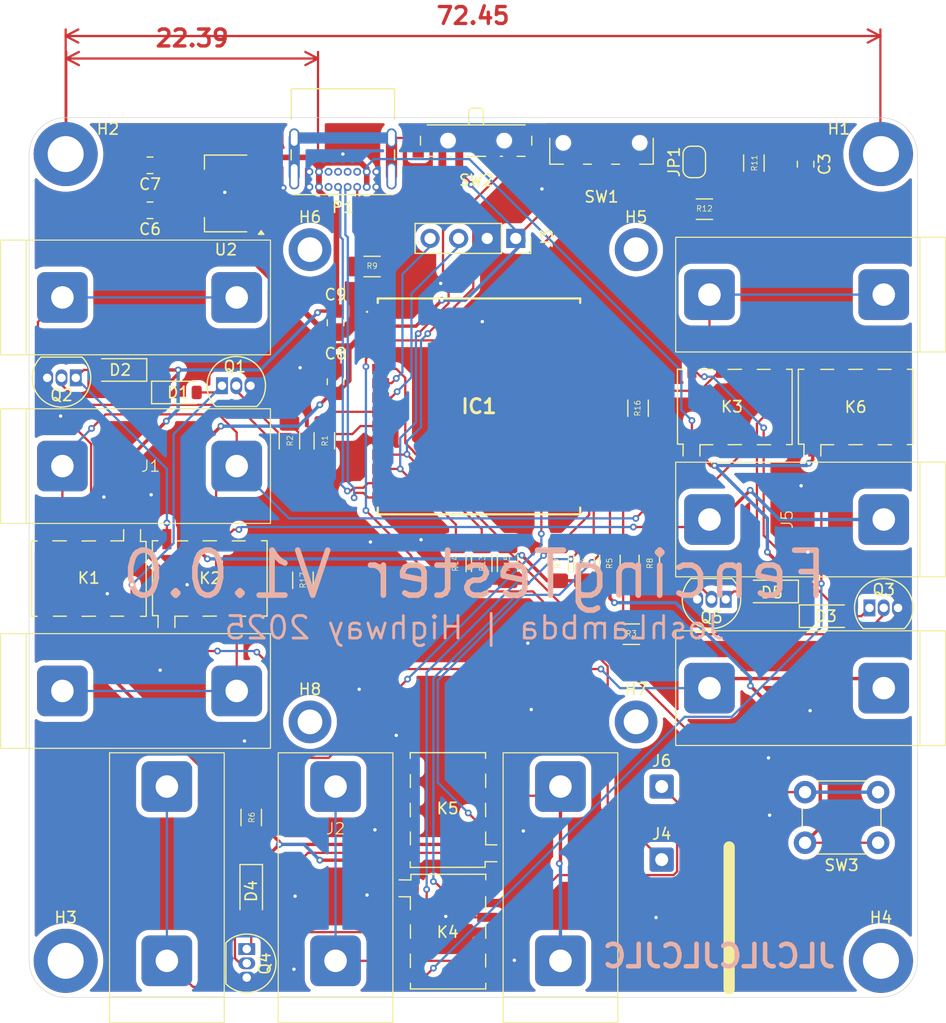
<source format=kicad_pcb>
(kicad_pcb (version 20241229) (generator "pcbnew") (generator_version "9.0")
  (layers (0 "F.Cu" signal) (2 "B.Cu" signal) (13 "F.Paste" user) (15 "B.Paste" user) (5 "F.SilkS" user "F.Silkscreen") (7 "B.SilkS" user "B.Silkscreen") (1 "F.Mask" user) (3 "B.Mask" user) (25 "Edge.Cuts" user))
  (net 0 "")
  (net 1 "VD1")
  (net 2 "+5V")
  (net 3 "WT2")
  (net 4 "Net-(P1-SHIELD)")
  (net 5 "Net-(JP1-A)")
  (net 6 "Net-(D1-A)")
  (net 7 "Net-(D2-A)")
  (net 8 "Net-(D3-A)")
  (net 9 "Net-(D4-A)")
  (net 10 "LAME")
  (net 11 "C1")
  (net 13 "WT1")
  (net 14 "A2")
  (net 15 "A1")
  (net 16 "C2")
  (net 18 "A3")
  (net 20 "C3")
  (net 21 "SG1")
  (net 22 "WT3")
  (net 23 "VDR2")
  (net 24 "VDR1")
  (net 26 "B1")
  (net 27 "B2")
  (net 30 "B3")
  (net 31 "VDR3")
  (net 35 "Net-(P1-CC)")
  (net 36 "USB_D-")
  (net 37 "USB_D+")
  (net 38 "Net-(Q1-B)")
  (net 39 "Net-(Q2-B)")
  (net 40 "Net-(Q3-B)")
  (net 41 "Net-(Q4-B)")
  (net 42 "REL1")
  (net 43 "REL2")
  (net 44 "REL3")
  (net 45 "REL4")
  (net 46 "Net-(SW1-C)")
  (net 47 "WPS A")
  (net 48 "WPS B")
  (net 49 "BTN USE")
  (net 55 "SDA")
  (net 58 "EN")
  (net 60 "SCL")
  (net 61 "Net-(D5-A)")
  (net 62 "Net-(K4-Pad4)")
  (net 67 "Net-(Q5-B)")
  (net 68 "REL5")
  (footprint "Relay_SMD:Relay_DPDT_Omron_G6K-2F" (layer "F.Cu") (at 77.06 88.25 90)
    (property "Reference" "K2")
    (property "Value" "G6K-2")
  )
  (footprint "Button_Switch_THT:SW_PUSH_6mm_H13mm" (layer "F.Cu") (at 136.5 111.75 180)
    (property "Reference" "SW3")
    (property "Value" "SW_Push")
  )
  (footprint "Capacitor_SMD:C_0805_2012Metric_Pad1.18x1.45mm_HandSolder" (layer "F.Cu") (at 130.05 51.4 -90)
    (property "Reference" "C3")
    (property "Value" "1 nF")
  )
  (footprint "Custom:R_1206_3216Metric_Pad1.30x1.75mm_HandSolder_Text" (layer "F.Cu") (at 91.5 60.5)
    (property "Reference" "R9")
    (property "Value" "5.1k")
  )
  (footprint "Connector_PinSocket_2.54mm:PinSocket_1x04_P2.54mm_Vertical" (layer "F.Cu") (at 104.275 58 -90)
    (property "Reference" "J3")
    (property "Value" "Conn_01x04")
  )
  (footprint "Custom:R_1206_3216Metric_Pad1.30x1.75mm_HandSolder_Text" (layer "F.Cu") (at 121.05 55.4)
    (property "Reference" "R12")
    (property "Value" "10k")
  )
  (footprint "Custom:Fencing Plug" (layer "F.Cu") (at 82.46 78.25 -90)
    (property "Reference" "J1")
    (property "Value" "External Box")
  )
  (footprint "Package_TO_SOT_SMD:SOT-223" (layer "F.Cu") (at 78.5 54 180)
    (property "Reference" "U2")
    (property "Value" "AMS1117-3.3")
  )
  (footprint "Custom:R_1206_3216Metric_Pad1.30x1.75mm_HandSolder_Text" (layer "F.Cu") (at 112.65 86.9 90)
    (property "Reference" "R5")
    (property "Value" "1Ω")
  )
  (footprint "Diode_SMD:D_SOD-123" (layer "F.Cu") (at 127.05 89.4 180)
    (property "Reference" "D5")
    (property "Value" "1N4148")
  )
  (footprint "Custom:R_1206_3216Metric_Pad1.30x1.75mm_HandSolder_Text" (layer "F.Cu") (at 125.45 51.3 -90)
    (property "Reference" "R11")
    (property "Value" "1M")
  )
  (footprint "MountingHole:MountingHole_2.2mm_M2_DIN965_Pad_TopBottom" (layer "F.Cu") (at 114.975 59)
    (property "Reference" "H5")
    (property "Value" "MountingHole")
  )
  (footprint "Custom:Fencing Plug" (layer "F.Cu") (at 118.5 83 90)
    (property "Reference" "J5")
    (property "Value" "Test Output")
  )
  (footprint "Custom:R_1206_3216Metric_Pad1.30x1.75mm_HandSolder_Text" (layer "F.Cu") (at 98.95 86.9 90)
    (property "Reference" "R14")
    (property "Value" "10k")
  )
  (footprint "Package_TO_SOT_THT:TO-92_Inline" (layer "F.Cu") (at 80.35 121.2 -90)
    (property "Reference" "Q4")
    (property "Value" "BC547")
  )
  (footprint "Custom:R_1206_3216Metric_Pad1.30x1.75mm_HandSolder_Text" (layer "F.Cu") (at 87.25 76 -90)
    (property "Reference" "R1")
    (property "Value" "510")
  )
  (footprint "Button_Switch_SMD:SW_SP3T_PCM13" (layer "F.Cu") (at 100.75 49.63 180)
    (property "Reference" "SW2")
    (property "Value" "SW_DP3T")
  )
  (footprint "Package_TO_SOT_THT:TO-92_Inline" (layer "F.Cu") (at 65.15 70.4 180)
    (property "Reference" "Q2")
    (property "Value" "BC547")
  )
  (footprint "MountingHole:MountingHole_2.2mm_M2_DIN965_Pad_TopBottom" (layer "F.Cu") (at 114.975 101)
    (property "Reference" "H7")
    (property "Value" "MountingHole")
  )
  (footprint "Connector_USB:USB_C_Receptacle_GCT_USB4085" (layer "F.Cu") (at 91.875 53.425 180)
    (property "Reference" "P1")
    (property "Value" "USB_C_Plug_USB2.0")
  )
  (footprint "Relay_SMD:Relay_DPDT_Omron_G6K-2F" (layer "F.Cu") (at 123.75 73 90)
    (property "Reference" "K3")
    (property "Value" "G6K-2")
  )
  (footprint "Relay_SMD:Relay_DPDT_Omron_G6K-2F" (layer "F.Cu") (at 98.25 119.65)
    (property "Reference" "K4")
    (property "Value" "G6K-2")
  )
  (footprint "Diode_SMD:D_SOD-123" (layer "F.Cu") (at 69.1 69.7 180)
    (property "Reference" "D2")
    (property "Value" "1N4148")
  )
  (footprint "MountingHole:MountingHole_3.2mm_M3_ISO7380_Pad_TopBottom" (layer "F.Cu") (at 136.75 122.25)
    (property "Reference" "H4")
    (property "Value" "MountingHole")
  )
  (footprint "Custom:R_1206_3216Metric_Pad1.30x1.75mm_HandSolder_Text" (layer "F.Cu") (at 85.35 88.4 -90)
    (property "Reference" "R17")
    (property "Value" "10k")
  )
  (footprint "Connector_Wire:SolderWire-0.5sqmm_1x01_D0.9mm_OD2.1mm" (layer "F.Cu") (at 117.25 113.25)
    (property "Reference" "J4")
    (property "Value" "Lame Tab")
  )
  (footprint "Jumper:SolderJumper-2_P1.3mm_Bridged_RoundedPad1.0x1.5mm" (layer "F.Cu") (at 120.15 51.2 90)
    (property "Reference" "JP1")
    (property "Value" "SolderJumper_2_Closed")
  )
  (footprint "Relay_SMD:Relay_DPDT_Omron_G6K-2F" (layer "F.Cu") (at 98.25 108.84 180)
    (property "Reference" "K5")
    (property "Value" "G6K-2")
  )
  (footprint "MountingHole:MountingHole_3.2mm_M3_ISO7380_Pad_TopBottom" (layer "F.Cu") (at 64.25 50.5)
    (property "Reference" "H2")
    (property "Value" "MountingHole")
  )
  (footprint "Relay_SMD:Relay_DPDT_Omron_G6K-2F" (layer "F.Cu") (at 134.5 73 90)
    (property "Reference" "K6")
    (property "Value" "G6K-2")
  )
  (footprint "Custom:R_1206_3216Metric_Pad1.30x1.75mm_HandSolder_Text" (layer "F.Cu") (at 114.55 93.2)
    (property "Reference" "R3")
    (property "Value" "510")
  )
  (footprint "Diode_SMD:D_SOD-123" (layer "F.Cu") (at 80.75 116.05 -90)
    (property "Reference" "D4")
    (property "Value" "1N4148")
  )
  (footprint "Package_TO_SOT_THT:TO-92_Inline" (layer "F.Cu") (at 135.73 90.86)
    (property "Reference" "Q3")
    (property "Value" "BC547")
  )
  (footprint "Relay_SMD:Relay_DPDT_Omron_G6K-2F" (layer "F.Cu") (at 66.31 88.25 -90)
    (property "Reference" "K1")
    (property "Value" "G6K-2")
  )
  (footprint "Custom:R_1206_3216Metric_Pad1.30x1.75mm_HandSolder_Text" (layer "F.Cu") (at 103.55 86.9 90)
    (property "Reference" "R15")
    (property "Value" "10k")
  )
  (footprint "Custom:R_1206_3216Metric_Pad1.30x1.75mm_HandSolder_Text" (layer "F.Cu") (at 108.05 86.9 90)
    (property "Reference" "R7")
    (property "Value" "1Ω")
  )
  (footprint "Diode_SMD:D_SOD-123" (layer "F.Cu") (at 74.25 71.7)
    (property "Reference" "D1")
    (property "Value" "1N4148")
  )
  (footprint "Package_TO_SOT_THT:TO-92_Inline" (layer "F.Cu") (at 122.95 90.1 180)
    (property "Reference" "Q5")
    (property "Value" "BC547")
  )
  (footprint "Custom:R_1206_3216Metric_Pad1.30x1.75mm_HandSolder_Text" (layer "F.Cu") (at 110.35 86.9 90)
    (property "Reference" "R4")
    (property "Value" "1Ω")
  )
  (footprint "Custom:R_1206_3216Metric_Pad1.30x1.75mm_HandSolder_Text" (layer "F.Cu") (at 80.75 109.5 -90)
    (property "Reference" "R6")
    (property "Value" "510")
  )
  (footprint "Custom:Fencing Plug" (layer "F.Cu") (at 88.25 103.75)
    (property "Reference" "J2")
    (property "Value" "Aux Wire")
  )
  (footprint "Custom:R_1206_3216Metric_Pad1.30x1.75mm_HandSolder_Text" (layer "F.Cu") (at 116.15 86.9 -90)
    (property "Reference" "R8")
    (property "Value" "510")
  )
  (footprint "Capacitor_SMD:C_0805_2012Metric_Pad1.18x1.45mm_HandSolder" (layer "F.Cu") (at 71.75 51.5 180)
    (property "Reference" "C7")
    (property "Value" "10 µF")
  )
  (footprint "Button_Switch_SMD:SW_SPDT_CK_JS102011SAQN" (layer "F.Cu") (at 111.9 49.5 180)
    (property "Reference" "SW1")
    (property "Value" "SW_SPDT")
  )
  (footprint "Capacitor_SMD:C_0805_2012Metric_Pad1.18x1.45mm_HandSolder" (layer "F.Cu") (at 88.25 70.75 90)
    (property "Reference" "C8")
    (property "Value" "0.1 µF")
  )
  (footprint "Importer:ESP32C6WROOM1UN8" (layer "F.Cu") (at 101.005 72.94)
    (property "Reference" "IC1")
    (property "Value" "ESP32-C6-WROOM-1U-N8" (hide yes))
  )
  (footprint "Custom:R_1206_3216Metric_Pad1.30x1.75mm_HandSolder_Text" (layer "F.Cu") (at 84.15 76 -90)
    (property "Reference" "R2")
    (property "Value" "510")
  )
  (footprint "Custom:R_1206_3216Metric_Pad1.30x1.75mm_HandSolder_Text" (layer "F.Cu") (at 101.25 86.9 -90)
    (property "Reference" "R13")
    (property "Value" "10k")
  )
  (footprint "Diode_SMD:D_SOD-123" (layer "F.Cu") (at 131.85 91.6)
    (property "Reference" "D3")
    (property "Value" "1N4148")
  )
  (footprint "Capacitor_SMD:C_0805_2012Metric_Pad1.18x1.45mm_HandSolder" (layer "F.Cu") (at 71.75 55.5 180)
    (property "Reference" "C6")
    (property "Value" "10 µF")
  )
  (footprint "MountingHole:MountingHole_2.2mm_M2_DIN965_Pad_TopBottom" (layer "F.Cu") (at 85.975 59)
    (property "Reference" "H6")
    (property "Value" "MountingHole")
  )
  (footprint "Package_TO_SOT_THT:TO-92_Inline" (layer "F.Cu") (at 78.15 71.1)
    (property "Reference" "Q1")
    (property "Value" "BC547")
  )
  (footprint "Connector_Wire:SolderWire-0.5sqmm_1x01_D0.9mm_OD2.1mm" (layer "F.Cu") (at 117.25 106.75)
    (property "Reference" "J6")
    (property "Value" "Small Pin")
  )
  (footprint "MountingHole:MountingHole_3.2mm_M3_ISO7380_Pad_TopBottom" (layer "F.Cu") (at 136.75 50.5)
    (property "Reference" "H1")
    (property "Value" "MountingHole")
  )
  (footprint "MountingHole:MountingHole_3.2mm_M3_ISO7380_Pad_TopBottom" (layer "F.Cu") (at 64.25 122.25)
    (property "Reference" "H3")
    (property "Value" "MountingHole")
  )
  (footprint "Capacitor_SMD:C_0805_2012Metric_Pad1.18x1.45mm_HandSolder" (layer "F.Cu") (at 88.25 65.5 -90)
    (property "Reference" "C9")
    (property "Value" "0.1 µF")
  )
  (footprint "Custom:R_1206_3216Metric_Pad1.30x1.75mm_HandSolder_Text" (layer "F.Cu") (at 115.15 73.1 90)
    (property "Reference" "R16")
    (property "Value" "10k")
  )
  (footprint "MountingHole:MountingHole_2.2mm_M2_DIN965_Pad_TopBottom" (layer "F.Cu") (at 85.975 101)
    (property "Reference" "H8")
    (property "Value" "MountingHole")
  )
  (gr_line (start 123.25 112.125) (end 123.25 124.75) (stroke (width 1)) (layer "F.SilkS"))
  (gr_arc (start 61 50.55) (mid 61.966548 48.216548) (end 64.3 47.25) (stroke (width 0.05)) (layer "Edge.Cuts"))
  (gr_arc (start 140 122.2) (mid 139.033452 124.533452) (end 136.7 125.5) (stroke (width 0.05)) (layer "Edge.Cuts"))
  (gr_line (start 140 122.2) (end 140 50.55) (stroke (width 0.05)) (layer "Edge.Cuts"))
  (gr_line (start 61 50.55) (end 61 122.2) (stroke (width 0.05)) (layer "Edge.Cuts"))
  (gr_arc (start 136.7 47.25) (mid 139.033452 48.216548) (end 140 50.55) (stroke (width 0.05)) (layer "Edge.Cuts"))
  (gr_line (start 64.3 125.5) (end 136.7 125.5) (stroke (width 0.05)) (layer "Edge.Cuts"))
  (gr_arc (start 64.3 125.5) (mid 61.966548 124.533452) (end 61 122.2) (stroke (width 0.05)) (layer "Edge.Cuts"))
  (gr_line (start 136.7 47.25) (end 64.3 47.25) (stroke (width 0.05)) (layer "Edge.Cuts"))
  (gr_text "JoshLambda | Highway 2025" (at 123.013098 93.8 0) (layer "B.SilkS") (effects (font (size 2 2) (thickness 0.25)) (justify left bottom mirror)))
  (gr_text "FencingTester V1.0.0" (at 100.6 87.9 0) (layer "B.SilkS") (effects (font (size 4 4) (thickness 0.5)) (justify mirror)))
  (gr_text "JLCJLCJLCJLC" (at 132.9 123 0) (layer "B.SilkS") (effects (font (size 2 2) (thickness 0.4) (bold yes)) (justify left bottom mirror)))
  (dimension (type orthogonal) (layer "F.Cu") (pts (xy 64.3 50.55) (xy 86.69 50.55)) (height -8.55) (orientation 0) (format (prefix "") (suffix "") (units 3) (units_format 0) (precision 4) (suppress_zeroes yes)) (style (thickness 0.2) (arrow_length 1.27) (text_position_mode 0) (arrow_direction outward) (extension_height 0.58642) (extension_offset 0.5) (keep_text_aligned yes)) (gr_text "22.39" (at 75.495 40.2 0) (layer "F.Cu") (effects (font (size 1.5 1.5) (thickness 0.3)))))
  (dimension (type orthogonal) (layer "F.Cu") (pts (xy 64.25 50.5) (xy 136.7 50.5)) (height -10.5) (orientation 0) (format (prefix "") (suffix "") (units 3) (units_format 0) (precision 4) (suppress_zeroes yes)) (style (thickness 0.2) (arrow_length 1.27) (text_position_mode 0) (arrow_direction outward) (extension_height 0.58642) (extension_offset 0.5) (keep_text_aligned yes)) (gr_text "72.45" (at 100.475 38.2 0) (layer "F.Cu") (effects (font (size 1.5 1.5) (thickness 0.3)))))
  (segment (start 93.05 63.735) (end 92.255 64.53) (width 0.5) (layer "F.Cu") (net 1))
  (segment (start 90.2575 64.53) (end 92.255 64.53) (width 0.2) (layer "F.Cu") (net 1))
  (segment (start 93.05 60.5) (end 93.05 63.735) (width 0.5) (layer "F.Cu") (net 1))
  (segment (start 88.25 66.5375) (end 90.2575 64.53) (width 0.2) (layer "F.Cu") (net 1))
  (via (at 97.6 62) (size 0.6) (drill 0.3) (layers "F.Cu" "B.Cu") (net 1))
  (via (at 71.85 80.8) (size 0.6) (drill 0.3) (layers "F.Cu" "B.Cu") (net 1))
  (via (at 83.6 53.5) (size 0.6) (drill 0.3) (layers "F.Cu" "B.Cu") (net 1))
  (via (at 67.65 81) (size 0.6) (drill 0.3) (layers "F.Cu" "B.Cu") (net 1))
  (via (at 126.85 109.3) (size 0.6) (drill 0.3) (layers "F.Cu" "B.Cu") (net 1))
  (via (at 105.35 94) (size 0.6) (drill 0.3) (layers "F.Cu" "B.Cu") (net 1))
  (via (at 104.15 122.2) (size 0.6) (drill 0.3) (layers "F.Cu" "B.Cu") (net 1))
  (via (at 78.4 53.9) (size 0.6) (drill 0.3) (layers "F.Cu" "B.Cu") (net 1))
  (via (at 130.45 100) (size 0.6) (drill 0.3) (layers "F.Cu" "B.Cu") (net 1))
  (via (at 106.6 53.6) (size 0.6) (drill 0.3) (layers "F.Cu" "B.Cu") (net 1))
  (via (at 90.35 98.1) (size 0.6) (drill 0.3) (layers "F.Cu" "B.Cu") (net 1))
  (via (at 80.15 102.7) (size 0.6) (drill 0.3) (layers "F.Cu" "B.Cu") (net 1))
  (via (at 63.8 73.8) (size 0.6) (drill 0.3) (layers "F.Cu" "B.Cu") (net 1))
  (via (at 98.05 118.3) (size 0.6) (drill 0.3) (layers "F.Cu" "B.Cu") (net 1))
  (via (at 93.65 102.2) (size 0.6) (drill 0.3) (layers "F.Cu" "B.Cu") (net 1))
  (via (at 101.3 65.4) (size 0.6) (drill 0.3) (layers "F.Cu" "B.Cu") (net 1))
  (via (at 129.65 80) (size 0.6) (drill 0.3) (layers "F.Cu" "B.Cu") (net 1))
  (via (at 85.1 69.5) (size 0.6) (drill 0.3) (layers "F.Cu" "B.Cu") (net 1))
  (via (at 91.75 110.6) (size 0.6) (drill 0.3) (layers "F.Cu" "B.Cu") (net 1))
  (via (at 95.85 84.8) (size 0.6) (drill 0.3) (layers "F.Cu" "B.Cu") (net 1))
  (via (at 67.95 89.6) (size 0.6) (drill 0.3) (layers "F.Cu" "B.Cu") (net 1))
  (via (at 84.65 116.5) (size 0.6) (drill 0.3) (layers "F.Cu" "B.Cu") (net 1))
  (via (at 88.9 50.5) (size 0.6) (drill 0.3) (layers "F.Cu" "B.Cu") (net 1))
  (via (at 72.65 96.4) (size 0.6) (drill 0.3) (layers "F.Cu" "B.Cu") (net 1))
  (via (at 91.05 116.4) (size 0.6) (drill 0.3) (layers "F.Cu" "B.Cu") (net 1))
  (via (at 126.75 104.2) (size 0.6) (drill 0.3) (layers "F.Cu" "B.Cu") (net 1))
  (via (at 75.05 88.8) (size 0.6) (drill 0.3) (layers "F.Cu" "B.Cu") (net 1))
  (via (at 91.35 85) (size 0.6) (drill 0.3) (layers "F.Cu" "B.Cu") (net 1))
  (via (at 130.25 85.9) (size 0.6) (drill 0.3) (layers "F.Cu" "B.Cu") (net 1))
  (via (at 104.95 110.7) (size 0.6) (drill 0.3) (layers "F.Cu" "B.Cu") (net 1))
  (via (at 84.55 123) (size 0.6) (drill 0.3) (layers "F.Cu" "B.Cu") (net 1))
  (via (at 116.75 118.4) (size 0.6) (drill 0.3) (layers "F.Cu" "B.Cu") (net 1))
  (via (at 105.65 99.9) (size 0.6) (drill 0.3) (layers "F.Cu" "B.Cu") (net 1))
  (segment (start 86.340393 51.259607) (end 86.354786 51.274) (width 0.5) (layer "F.Cu") (net 2))
  (segment (start 72.7875 51.5) (end 81.45 51.5) (width 0.3) (layer "F.Cu") (net 2))
  (segment (start 92.21 113.3) (end 86.85 113.3) (width 0.3) (layer "F.Cu") (net 2))
  (segment (start 88.326 64.3865) (end 88.25 64.4625) (width 0.5) (layer "F.Cu") (net 2))
  (segment (start 74.25 69.7) (end 74.25 70.05) (width 0.3) (layer "F.Cu") (net 2))
  (segment (start 128.7 87.95) (end 126.65 85.9) (width 0.3) (layer "F.Cu") (net 2))
  (segment (start 94.75 115.84) (end 92.21 113.3) (width 0.3) (layer "F.Cu") (net 2))
  (segment (start 70.12 82.8) (end 70.12 84.668) (width 0.3) (layer "F.Cu") (net 2))
  (segment (start 91.025 51.792214) (end 90.506786 51.274) (width 0.5) (layer "F.Cu") (net 2))
  (segment (start 128.7 89.4) (end 128.7 87.95) (width 0.3) (layer "F.Cu") (net 2))
  (segment (start 70.12 84.668) (end 64.289 90.499) (width 0.3) (layer "F.Cu") (net 2))
  (segment (start 130.35 78) (end 130.69 77.66) (width 0.3) (layer "F.Cu") (net 2))
  (segment (start 83.251 111.899) (end 80.75 114.4) (width 0.3) (layer "F.Cu") (net 2))
  (segment (start 130.2 91.6) (end 130.2 90.9) (width 0.3) (layer "F.Cu") (net 2))
  (segment (start 73.25 87.88) (end 73.25 91.75) (width 0.3) (layer "F.Cu") (net 2))
  (segment (start 130.69 77.66) (end 130.69 76.5) (width 0.3) (layer "F.Cu") (net 2))
  (segment (start 80.96713 110.049) (end 81.63087 110.049) (width 0.3) (layer "F.Cu") (net 2))
  (segment (start 87.293214 51.274) (end 86.775 51.792214) (width 0.5) (layer "F.Cu") (net 2))
  (segment (start 79.524 108.236) (end 79.524 108.60587) (width 0.3) (layer "F.Cu") (net 2))
  (segment (start 119.94 74.2) (end 119.94 76.5) (width 0.2) (layer "F.Cu") (net 2))
  (segment (start 119.94 76.5) (end 121.64 78.2) (width 0.3) (layer "F.Cu") (net 2))
  (segment (start 81.65 51.7) (end 82.556 50.794) (width 0.5) (layer "F.Cu") (net 2))
  (segment (start 64.289 93.001) (end 79.524 108.236) (width 0.3) (layer "F.Cu") (net 2))
  (segment (start 70.12 84.75) (end 70.12 82.8) (width 0.3) (layer "F.Cu") (net 2))
  (segment (start 86.775 52.8) (end 86.775 53.425) (width 0.5) (layer "F.Cu") (net 2))
  (segment (start 74.25 70.05) (end 72.6 71.7) (width 0.3) (layer "F.Cu") (net 2))
  (segment (start 88.25 64.4625) (end 86.7875 64.4625) (width 0.3) (layer "F.Cu") (net 2))
  (segment (start 87.8 51.274) (end 87.293214 51.274) (width 0.5) (layer "F.Cu") (net 2))
  (segment (start 79.524 108.60587) (end 80.96713 110.049) (width 0.3) (layer "F.Cu") (net 2))
  (segment (start 100.999 111.899) (end 83.251 111.899) (width 0.3) (layer "F.Cu") (net 2))
  (segment (start 82.556 50.794) (end 85.874786 50.794) (width 0.5) (layer "F.Cu") (net 2))
  (segment (start 70.12 84.75) (end 73.25 87.88) (width 0.3) (layer "F.Cu") (net 2))
  (segment (start 91.025 53.425) (end 91.025 51.792214) (width 0.5) (layer "F.Cu") (net 2))
  (segment (start 73.2 74.25) (end 70.12 77.33) (width 0.3) (layer "F.Cu") (net 2))
  (segment (start 90.506786 51.274) (end 87.8 51.274) (width 0.5) (layer "F.Cu") (net 2))
  (segment (start 86.775 51.792214) (end 86.775 52.8) (width 0.5) (layer "F.Cu") (net 2))
  (segment (start 86.775 53.765) (end 88.326 55.316) (width 0.5) (layer "F.Cu") (net 2))
  (segment (start 88.326 55.316) (end 88.326 64.3865) (width 0.5) (layer "F.Cu") (net 2))
  (segment (start 86.354786 51.274) (end 87.8 51.274) (width 0.5) (layer "F.Cu") (net 2))
  (segment (start 86.775 53.425) (end 86.775 53.765) (width 0.5) (layer "F.Cu") (net 2))
  (segment (start 81.63087 110.049) (end 83.251 111.66913) (width 0.3) (layer "F.Cu") (net 2))
  (segment (start 83.251 111.66913) (end 83.251 111.899) (width 0.3) (layer "F.Cu") (net 2))
  (segment (start 86.340393 51.259607) (end 86.775 51.694214) (width 0.5) (layer "F.Cu") (net 2))
  (segment (start 86.7875 64.4625) (end 86.65 64.6) (width 0.3) (layer "F.Cu") (net 2))
  (segment (start 64.289 90.499) (end 64.289 93.001) (width 0.3) (layer "F.Cu") (net 2))
  (segment (start 121.64 78.2) (end 121.95 78.2) (width 0.3) (layer "F.Cu") (net 2))
  (segment (start 70.12 77.33) (end 70.12 82.8) (width 0.3) (layer "F.Cu") (net 2))
  (segment (start 101.75 112.65) (end 100.999 111.899) (width 0.3) (layer "F.Cu") (net 2))
  (segment (start 86.775 51.694214) (end 86.775 52.8) (width 0.5) (layer "F.Cu") (net 2))
  (segment (start 130.2 90.9) (end 128.7 89.4) (width 0.3) (layer "F.Cu") (net 2))
  (segment (start 70.75 69.7) (end 74.25 69.7) (width 0.3) (layer "F.Cu") (net 2))
  (segment (start 85.874786 50.794) (end 86.340393 51.259607) (width 0.5) (layer "F.Cu") (net 2))
  (via (at 86.85 113.3) (size 0.6) (drill 0.3) (layers "F.Cu" "B.Cu") (net 2))
  (via (at 119.94 74.2) (size 0.6) (drill 0.3) (layers "F.Cu" "B.Cu") (net 2))
  (via (at 83.251 111.899) (size 0.6) (drill 0.3) (layers "F.Cu" "B.Cu") (net 2))
  (via (at 86.65 64.6) (size 0.6) (drill 0.3) (layers "F.Cu" "B.Cu") (net 2))
  (via (at 126.65 85.9) (size 0.6) (drill 0.3) (layers "F.Cu" "B.Cu") (net 2))
  (via (at 74.25 69.7) (size 0.6) (drill 0.3) (layers "F.Cu" "B.Cu") (net 2))
  (via (at 121.95 78.2) (size 0.6) (drill 0.3) (layers "F.Cu" "B.Cu") (net 2))
  (via (at 130.35 78) (size 0.6) (drill 0.3) (layers "F.Cu" "B.Cu") (net 2))
  (via (at 73.2 74.25) (size 0.6) (drill 0.3) (layers "F.Cu" "B.Cu") (net 2))
  (segment (start 119 73.26) (end 119 69.8) (width 0.2) (layer "B.Cu") (net 2))
  (segment (start 86.65 64.6) (end 81.55 69.7) (width 0.3) (layer "B.Cu") (net 2))
  (segment (start 126.65 85.9) (end 126.65 82.9) (width 0.3) (layer "B.Cu") (net 2))
  (segment (start 100.144 50.944) (end 91.661026 50.944) (width 0.2) (layer "B.Cu") (net 2))
  (segment (start 74.25 73.2) (end 74.25 69.7) (width 0.3) (layer "B.Cu") (net 2))
  (segment (start 121.95 78.2) (end 130.15 78.2) (width 0.3) (layer "B.Cu") (net 2))
  (segment (start 81.55 69.7) (end 74.25 69.7) (width 0.3) (layer "B.Cu") (net 2))
  (segment (start 91.661026 50.944) (end 91.025 51.580026) (width 0.2) (layer "B.Cu") (net 2))
  (segment (start 130.15 78.2) (end 130.35 78) (width 0.3) (layer "B.Cu") (net 2))
  (segment (start 91.025 51.580026) (end 91.025 52.075) (width 0.2) (layer "B.Cu") (net 2))
  (segment (start 73.2 74.25) (end 74.25 73.2) (width 0.3) (layer "B.Cu") (net 2))
  (segment (start 119.94 74.2) (end 119 73.26) (width 0.2) (layer "B.Cu") (net 2))
  (segment (start 86.85 113.3) (end 85.449 111.899) (width 0.3) (layer "B.Cu") (net 2))
  (segment (start 85.449 111.899) (end 83.251 111.899) (width 0.3) (layer "B.Cu") (net 2))
  (segment (start 126.65 82.9) (end 121.95 78.2) (width 0.3) (layer "B.Cu") (net 2))
  (segment (start 119 69.8) (end 100.144 50.944) (width 0.2) (layer "B.Cu") (net 2))
  (segment (start 107.751 51.73784) (end 107.751 54.524) (width 0.2) (layer "F.Cu") (net 3))
  (segment (start 87.074 66.121594) (end 87.074 67.172292) (width 0.5) (layer "F.Cu") (net 3))
  (segment (start 130 111.75) (end 136.5 111.75) (width 0.2) (layer "F.Cu") (net 3))
  (segment (start 87.477708 67.576) (end 89.647 67.576) (width 0.5) (layer "F.Cu") (net 3))
  (segment (start 87.074 67.172292) (end 87.477708 67.576) (width 0.5) (layer "F.Cu") (net 3))
  (segment (start 80.199 59.246594) (end 87.074 66.121594) (width 0.5) (layer "F.Cu") (net 3))
  (segment (start 79.35 56.3) (end 80.199 55.451) (width 0.3) (layer "F.Cu") (net 3))
  (segment (start 89.647 67.576) (end 91.423 65.8) (width 0.5) (layer "F.Cu") (net 3))
  (segment (start 112.65 90) (end 113.05 90.4) (width 0.3) (layer "F.Cu") (net 3))
  (segment (start 89.426 67.797) (end 89.426 70.6115) (width 0.5) (layer "F.Cu") (net 3))
  (segment (start 75.79 76.96) (end 78.05 74.7) (width 0.3) (layer "F.Cu") (net 3))
  (segment (start 107.087369 88.45) (end 108.05 88.45) (width 0.3) (layer "F.Cu") (net 3))
  (segment (start 125.15 97.8) (end 131.351 104.001) (width 0.3) (layer "F.Cu") (net 3))
  (segment (start 80.199 55.451) (end 80.199 59.246594) (width 0.5) (layer "F.Cu") (net 3))
  (segment (start 109.19084 50.298) (end 107.751 51.73784) (width 0.2) (layer "F.Cu") (net 3))
  (segment (start 104.819421 86.182052) (end 107.087369 88.45) (width 0.3) (layer "F.Cu") (net 3))
  (segment (start 72.7875 55.5) (end 73.5875 56.3) (width 0.3) (layer "F.Cu") (net 3))
  (segment (start 131.351 104.001) (end 131.351 110.399) (width 0.3) (layer "F.Cu") (net 3))
  (segment (start 92.255 65.8) (end 95.4 65.8) (width 0.3) (layer "F.Cu") (net 3))
  (segment (start 91.423 65.8) (end 89.426 67.797) (width 0.5) (layer "F.Cu") (net 3))
  (segment (start 112.65 88.45) (end 108.05 88.45) (width 0.3) (layer "F.Cu") (net 3))
  (segment (start 115.17626 50.298) (end 109.19084 50.298) (width 0.2) (layer "F.Cu") (net 3))
  (segment (start 95.4 65.8) (end 97.7 63.5) (width 0.3) (layer "F.Cu") (net 3))
  (segment (start 75.79 84.75) (end 75.79 85.44) (width 0.3) (layer "F.Cu") (net 3))
  (segment (start 73.5875 56.3) (end 79.35 56.3) (width 0.3) (layer "F.Cu") (net 3))
  (segment (start 112.65 88.45) (end 112.65 90) (width 0.3) (layer "F.Cu") (net 3))
  (segment (start 87.8625 71.7875) (end 88.25 71.7875) (width 0.3) (layer "F.Cu") (net 3))
  (segment (start 89.426 70.6115) (end 88.25 71.7875) (width 0.5) (layer "F.Cu") (net 3))
  (segment (start 119.10226 54.224) (end 115.17626 50.298) (width 0.2) (layer "F.Cu") (net 3))
  (segment (start 75.79 84.75) (end 75.79 76.96) (width 0.3) (layer "F.Cu") (net 3))
  (segment (start 107.751 54.524) (end 104.275 58) (width 0.2) (layer "F.Cu") (net 3))
  (segment (start 131.351 110.399) (end 130 111.75) (width 0.3) (layer "F.Cu") (net 3))
  (segment (start 100.3 53.1) (end 99.25 52.05) (width 0.2) (layer "F.Cu") (net 3))
  (segment (start 86.85 72.8) (end 87.8625 71.7875) (width 0.3) (layer "F.Cu") (net 3))
  (segment (start 99.25 52.05) (end 99.25 50.905) (width 0.2) (layer "F.Cu") (net 3))
  (segment (start 81.65 54) (end 80.199 55.451) (width 0.5) (layer "F.Cu") (net 3))
  (segment (start 121.424 54.224) (end 119.10226 54.224) (width 0.2) (layer "F.Cu") (net 3))
  (segment (start 75.79 85.44) (end 76.85 86.5) (width 0.3) (layer "F.Cu") (net 3))
  (segment (start 122.6 55.4) (end 121.424 54.224) (width 0.2) (layer "F.Cu") (net 3))
  (segment (start 91.423 65.8) (end 92.255 65.8) (width 0.5) (layer "F.Cu") (net 3))
  (segment (start 100.3 53.2) (end 100.3 53.1) (width 0.2) (layer "F.Cu") (net 3))
  (via (at 97.7 63.5) (size 0.6) (drill 0.3) (layers "F.Cu" "B.Cu") (net 3))
  (via (at 86.85 72.8) (size 0.6) (drill 0.3) (layers "F.Cu" "B.Cu") (net 3))
  (via (at 104.819421 86.182052) (size 0.6) (drill 0.3) (layers "F.Cu" "B.Cu") (net 3))
  (via (at 113.05 90.4) (size 0.6) (drill 0.3) (layers "F.Cu" "B.Cu") (net 3))
  (via (at 125.15 97.8) (size 0.6) (drill 0.3) (layers "F.Cu" "B.Cu") (net 3))
  (via (at 76.85 86.5) (size 0.6) (drill 0.3) (layers "F.Cu" "B.Cu") (net 3))
  (via (at 100.3 53.2) (size 0.6) (drill 0.3) (layers "F.Cu" "B.Cu") (net 3))
  (via (at 78.05 74.7) (size 0.6) (drill 0.3) (layers "F.Cu" "B.Cu") (net 3))
  (segment (start 105 58) (end 100.3 53.3) (width 0.2) (layer "B.Cu") (net 3))
  (segment (start 99.8 63.5) (end 105 58.3) (width 0.3) (layer "B.Cu") (net 3))
  (segment (start 125.15 97.049016) (end 125.15 97.8) (width 0.3) (layer "B.Cu") (net 3))
  (segment (start 104.819421 86.182052) (end 104.763104 86.125735) (width 0.3) (layer "B.Cu") (net 3))
  (segment (start 100.3 53.3) (end 100.3 53.2) (width 0.2) (layer "B.Cu") (net 3))
  (segment (start 104.524265 86.125735) (end 104.15 86.5) (width 0.3) (layer "B.Cu") (net 3))
  (segment (start 97.7 63.5) (end 99.8 63.5) (width 0.3) (layer "B.Cu") (net 3))
  (segment (start 104.763104 86.125735) (end 104.524265 86.125735) (width 0.3) (layer "B.Cu") (net 3))
  (segment (start 78.05 74.7) (end 84.95 74.7) (width 0.3) (layer "B.Cu") (net 3))
  (segment (start 113.05 90.4) (end 118.500984 90.4) (width 0.3) (layer "B.Cu") (net 3))
  (segment (start 104.15 86.5) (end 76.85 86.5) (width 0.3) (layer "B.Cu") (net 3))
  (segment (start 118.500984 90.4) (end 125.15 97.049016) (width 0.3) (layer "B.Cu") (net 3))
  (segment (start 105 58.3) (end 105 58) (width 0.3) (layer "B.Cu") (net 3))
  (segment (start 84.95 74.7) (end 86.85 72.8) (width 0.3) (layer "B.Cu") (net 3))
  (segment (start 103.983785 48.901) (end 103.581785 48.499) (width 0.2) (layer "F.Cu") (net 4))
  (segment (start 93.225 52.445) (end 93.225 49.065) (width 1) (layer "F.Cu") (net 4))
  (segment (start 126.0625 50.3625) (end 125.45 49.75) (width 0.2) (layer "F.Cu") (net 4))
  (segment (start 130.05 50.3625) (end 126.0625 50.3625) (width 0.2) (layer "F.Cu") (net 4))
  (segment (start 96.237 49.065) (end 93.225 49.065) (width 0.2) (layer "F.Cu") (net 4))
  (segment (start 103.581785 48.499) (end 96.803 48.499) (width 0.2) (layer "F.Cu") (net 4))
  (segment (start 96.803 48.499) (end 96.237 49.065) (width 0.2) (layer "F.Cu") (net 4))
  (segment (start 125.45 49.75) (end 124.399 48.699) (width 0.2) (layer "F.Cu") (net 4))
  (segment (start 124.399 48.699) (end 106.903 48.699) (width 0.2) (layer "F.Cu") (net 4))
  (segment (start 106.701 48.901) (end 103.983785 48.901) (width 0.2) (layer "F.Cu") (net 4))
  (segment (start 106.903 48.699) (end 106.701 48.901) (width 0.2) (layer "F.Cu") (net 4))
  (segment (start 84.575 52.445) (end 84.575 49.065) (width 1) (layer "B.Cu") (net 4))
  (segment (start 84.575 49.065) (end 93.225 49.065) (width 1) (layer "B.Cu") (net 4))
  (segment (start 121.15 52.85) (end 120.15 51.85) (width 0.2) (layer "F.Cu") (net 5))
  (segment (start 125.45 52.85) (end 121.15 52.85) (width 0.2) (layer "F.Cu") (net 5))
  (segment (start 125.8625 52.4375) (end 125.45 52.85) (width 0.2) (layer "F.Cu") (net 5))
  (segment (start 130.05 52.4375) (end 125.8625 52.4375) (width 0.2) (layer "F.Cu") (net 5))
  (segment (start 75.9 71.7) (end 77.55 71.7) (width 0.2) (layer "F.Cu") (net 6))
  (segment (start 70.15 88.8) (end 70.12 88.83) (width 0.2) (layer "F.Cu") (net 6))
  (segment (start 70.12 88.83) (end 70.12 91.75) (width 0.2) (layer "F.Cu") (net 6))
  (segment (start 77.55 71.7) (end 78.15 71.1) (width 0.2) (layer "F.Cu") (net 6))
  (via (at 70.15 88.8) (size 0.6) (drill 0.3) (layers "F.Cu" "B.Cu") (net 6))
  (segment (start 78.15 71.1) (end 73.851 75.399) (width 0.2) (layer "B.Cu") (net 6))
  (segment (start 73.851 85.099) (end 70.15 88.8) (width 0.2) (layer "B.Cu") (net 6))
  (segment (start 73.851 75.399) (end 73.851 85.099) (width 0.2) (layer "B.Cu") (net 6))
  (segment (start 65.85 69.7) (end 65.15 70.4) (width 0.2) (layer "F.Cu") (net 7))
  (segment (start 73.25 83.3) (end 73.25 84.75) (width 0.2) (layer "F.Cu") (net 7))
  (segment (start 67.45 69.7) (end 65.85 69.7) (width 0.2) (layer "F.Cu") (net 7))
  (via (at 73.25 83.3) (size 0.6) (drill 0.3) (layers "F.Cu" "B.Cu") (net 7))
  (segment (start 65.15 70.4) (end 73.25 78.5) (width 0.2) (layer "B.Cu") (net 7))
  (segment (start 73.25 78.5) (end 73.25 83.3) (width 0.2) (layer "B.Cu") (net 7))
  (segment (start 120.74 70.3) (end 119.94 69.5) (width 0.2) (layer "F.Cu") (net 8))
  (segment (start 133.5 91.6) (end 126.321 84.421) (width 0.2) (layer "F.Cu") (net 8))
  (segment (start 121.05 70.3) (end 120.74 70.3) (width 0.2) (layer "F.Cu") (net 8))
  (segment (start 133.5 91.6) (end 134.99 91.6) (width 0.2) (layer "F.Cu") (net 8))
  (segment (start 134.99 91.6) (end 135.73 90.86) (width 0.2) (layer "F.Cu") (net 8))
  (segment (start 126.321 84.421) (end 126.321 74.844265) (width 0.2) (layer "F.Cu") (net 8))
  (via (at 121.05 70.3) (size 0.6) (drill 0.3) (layers "F.Cu" "B.Cu") (net 8))
  (via (at 126.321 74.844265) (size 0.6) (drill 0.3) (layers "F.Cu" "B.Cu") (net 8))
  (segment (start 121.776735 70.3) (end 121.05 70.3) (width 0.2) (layer "B.Cu") (net 8))
  (segment (start 126.321 74.844265) (end 121.776735 70.3) (width 0.2) (layer "B.Cu") (net 8))
  (segment (start 80.75 117.7) (end 80.75 120.8) (width 0.2) (layer "F.Cu") (net 9))
  (segment (start 80.75 117.7) (end 85.8 112.65) (width 0.2) (layer "F.Cu") (net 9))
  (segment (start 85.8 112.65) (end 94.75 112.65) (width 0.2) (layer "F.Cu") (net 9))
  (segment (start 80.75 120.8) (end 80.35 121.2) (width 0.2) (layer "F.Cu") (net 9))
  (segment (start 94.75 112.65) (end 98.56 112.65) (width 0.2) (layer "F.Cu") (net 9))
  (segment (start 98.56 112.65) (end 101.75 115.84) (width 0.2) (layer "F.Cu") (net 9))
  (segment (start 90.95 69.4) (end 90.95 68.695) (width 0.2) (layer "F.Cu") (net 10))
  (segment (start 98.08984 89.401) (end 105.800943 89.401) (width 0.2) (layer "F.Cu") (net 10))
  (segment (start 90.95 82.2) (end 94.95 86.2) (width 0.2) (layer "F.Cu") (net 10))
  (segment (start 91.305 68.34) (end 92.255 68.34) (width 0.2) (layer "F.Cu") (net 10))
  (segment (start 112.451 96.051057) (end 112.451 108.451) (width 0.2) (layer "F.Cu") (net 10))
  (segment (start 112.451 108.451) (end 117.25 113.25) (width 0.2) (layer "F.Cu") (net 10))
  (segment (start 94.95 86.26116) (end 98.08984 89.401) (width 0.2) (layer "F.Cu") (net 10))
  (segment (start 94.95 86.2) (end 94.95 86.26116) (width 0.2) (layer "F.Cu") (net 10))
  (segment (start 90.95 68.695) (end 91.305 68.34) (width 0.2) (layer "F.Cu") (net 10))
  (segment (start 105.800943 89.401) (end 112.451 96.051057) (width 0.2) (layer "F.Cu") (net 10))
  (via (at 90.95 82.2) (size 0.6) (drill 0.3) (layers "F.Cu" "B.Cu") (net 10))
  (via (at 90.95 69.4) (size 0.6) (drill 0.3) (layers "F.Cu" "B.Cu") (net 10))
  (segment (start 90.95 82.2) (end 90.95 69.4) (width 0.2) (layer "B.Cu") (net 10))
  (segment (start 65.04 91.75) (end 67.99 94.7) (width 0.2) (layer "F.Cu") (net 11))
  (segment (start 122.351 97.149) (end 136.149 97.149) (width 0.3) (layer "F.Cu") (net 11))
  (segment (start 82.75 96.3) (end 111.85 96.3) (width 0.2) (layer "F.Cu") (net 11))
  (segment (start 81.25 94.8) (end 82.75 96.3) (width 0.2) (layer "F.Cu") (net 11))
  (segment (start 136.149 97.149) (end 137 98) (width 0.3) (layer "F.Cu") (net 11))
  (segment (start 67.99 94.7) (end 77.75 94.7) (width 0.2) (layer "F.Cu") (net 11))
  (segment (start 121.5 98) (end 122.351 97.149) (width 0.3) (layer "F.Cu") (net 11))
  (via (at 121.5 98) (size 0.6) (drill 0.3) (layers "F.Cu" "B.Cu") (net 11))
  (via (at 81.25 94.8) (size 0.6) (drill 0.3) (layers "F.Cu" "B.Cu") (net 11))
  (via (at 77.75 94.7) (size 0.6) (drill 0.3) (layers "F.Cu" "B.Cu") (net 11))
  (via (at 111.85 96.3) (size 0.6) (drill 0.3) (layers "F.Cu" "B.Cu") (net 11))
  (segment (start 111.85 96.3) (end 113.55 98) (width 0.2) (layer "B.Cu") (net 11))
  (segment (start 81.15 94.7) (end 81.25 94.8) (width 0.2) (layer "B.Cu") (net 11))
  (segment (start 77.75 94.7) (end 81.15 94.7) (width 0.2) (layer "B.Cu") (net 11))
  (segment (start 113.55 98) (end 121.5 98) (width 0.2) (layer "B.Cu") (net 11))
  (segment (start 79.031 92.951) (end 68.781 92.951) (width 0.2) (layer "F.Cu") (net 13))
  (segment (start 79.031 91.1) (end 79.031 92.951) (width 0.2) (layer "F.Cu") (net 13))
  (segment (start 80.181 89.95) (end 79.031 91.1) (width 0.2) (layer "F.Cu") (net 13))
  (segment (start 68.781 92.951) (end 67.58 91.75) (width 0.2) (layer "F.Cu") (net 13))
  (segment (start 85.35 89.95) (end 80.181 89.95) (width 0.2) (layer "F.Cu") (net 13))
  (segment (start 63.96 83.67) (end 65.04 84.75) (width 0.2) (layer "F.Cu") (net 14))
  (segment (start 79.46 75.260057) (end 77.848943 73.649) (width 0.2) (layer "F.Cu") (net 14))
  (segment (start 79.46 78.25) (end 77.629 80.081) (width 0.2) (layer "F.Cu") (net 14))
  (segment (start 67.801 73.649) (end 66.55 74.9) (width 0.2) (layer "F.Cu") (net 14))
  (segment (start 118.4206 79.4294) (end 114.95 82.9) (width 0.2) (layer "F.Cu") (net 14))
  (segment (start 79.46 78.25) (end 79.46 75.260057) (width 0.2) (layer "F.Cu") (net 14))
  (segment (start 77.848943 73.649) (end 67.801 73.649) (width 0.2) (layer "F.Cu") (net 14))
  (segment (start 77.629 91.049) (end 78.33 91.75) (width 0.2) (layer "F.Cu") (net 14))
  (segment (start 122.0906 79.4294) (end 118.4206 79.4294) (width 0.2) (layer "F.Cu") (net 14))
  (segment (start 125.02 76.5) (end 122.0906 79.4294) (width 0.2) (layer "F.Cu") (net 14))
  (segment (start 63.96 78.25) (end 63.96 83.67) (width 0.2) (layer "F.Cu") (net 14))
  (segment (start 77.629 80.081) (end 77.629 91.049) (width 0.2) (layer "F.Cu") (net 14))
  (via (at 114.95 82.9) (size 0.6) (drill 0.3) (layers "F.Cu" "B.Cu") (net 14))
  (via (at 66.55 74.9) (size 0.6) (drill 0.3) (layers "F.Cu" "B.Cu") (net 14))
  (segment (start 63.96 77.49) (end 63.96 78.25) (width 0.2) (layer "B.Cu") (net 14))
  (segment (start 84.11 82.9) (end 79.46 78.25) (width 0.2) (layer "B.Cu") (net 14))
  (segment (start 66.55 74.9) (end 63.96 77.49) (width 0.2) (layer "B.Cu") (net 14))
  (segment (start 114.95 82.9) (end 84.11 82.9) (width 0.2) (layer "B.Cu") (net 14))
  (segment (start 65.741 85.951) (end 66.511 85.181) (width 0.2) (layer "F.Cu") (net 15))
  (segment (start 61.784 72.633943) (end 61.784 65.426) (width 0.2) (layer "F.Cu") (net 15))
  (segment (start 66.511 76.270726) (end 64.641274 74.401) (width 0.2) (layer "F.Cu") (net 15))
  (segment (start 66.511 85.181) (end 66.511 76.270726) (width 0.2) (layer "F.Cu") (net 15))
  (segment (start 63.701 85.951) (end 65.741 85.951) (width 0.2) (layer "F.Cu") (net 15))
  (segment (start 61.784 65.426) (end 63.96 63.25) (width 0.2) (layer "F.Cu") (net 15))
  (segment (start 62.5 84.75) (end 63.701 85.951) (width 0.2) (layer "F.Cu") (net 15))
  (segment (start 64.641274 74.401) (end 63.551057 74.401) (width 0.2) (layer "F.Cu") (net 15))
  (segment (start 63.551057 74.401) (end 61.784 72.633943) (width 0.2) (layer "F.Cu") (net 15))
  (segment (start 63.96 63.25) (end 79.46 63.25) (width 0.2) (layer "B.Cu") (net 15))
  (segment (start 120.830778 83.669222) (end 114.730222 83.669222) (width 0.2) (layer "F.Cu") (net 16))
  (segment (start 121.5 83) (end 120.830778 83.669222) (width 0.2) (layer "F.Cu") (net 16))
  (segment (start 122.521 83) (end 125.121 80.4) (width 0.3) (layer "F.Cu") (net 16))
  (segment (start 79.18 83.9) (end 78.33 84.75) (width 0.2) (layer "F.Cu") (net 16))
  (segment (start 79.65 83.9) (end 79.18 83.9) (width 0.2) (layer "F.Cu") (net 16))
  (segment (start 121.5 83) (end 122.521 83) (width 0.3) (layer "F.Cu") (net 16))
  (via (at 79.65 83.9) (size 0.6) (drill 0.3) (layers "F.Cu" "B.Cu") (net 16))
  (via (at 125.121 80.4) (size 0.6) (drill 0.3) (layers "F.Cu" "B.Cu") (net 16))
  (via (at 114.730222 83.669222) (size 0.6) (drill 0.3) (layers "F.Cu" "B.Cu") (net 16))
  (segment (start 114.730222 83.669222) (end 79.880778 83.669222) (width 0.2) (layer "B.Cu") (net 16))
  (segment (start 125.121 80.4) (end 127.721 83) (width 0.3) (layer "B.Cu") (net 16))
  (segment (start 127.721 83) (end 137 83) (width 0.3) (layer "B.Cu") (net 16))
  (segment (start 79.880778 83.669222) (end 79.65 83.9) (width 0.2) (layer "B.Cu") (net 16))
  (segment (start 79.46 93.16) (end 80.87 91.75) (width 0.2) (layer "F.Cu") (net 18))
  (segment (start 79.46 98.25) (end 79.46 93.16) (width 0.2) (layer "F.Cu") (net 18))
  (segment (start 63.96 98.25) (end 79.46 98.25) (width 0.2) (layer "B.Cu") (net 18))
  (segment (start 121.5 63) (end 121.5 65.98) (width 0.2) (layer "F.Cu") (net 20))
  (segment (start 121.5 65.98) (end 125.02 69.5) (width 0.2) (layer "F.Cu") (net 20))
  (segment (start 121.5 63) (end 137 63) (width 0.2) (layer "B.Cu") (net 20))
  (segment (start 137.109 75.299) (end 128.761 75.299) (width 0.2) (layer "F.Cu") (net 21))
  (segment (start 138.31 76.5) (end 137.109 75.299) (width 0.2) (layer "F.Cu") (net 21))
  (segment (start 128.761 75.299) (end 127.56 76.5) (width 0.2) (layer "F.Cu") (net 21))
  (segment (start 115.15 71.55) (end 120.649943 71.55) (width 0.2) (layer "F.Cu") (net 22))
  (segment (start 122.48 69.719943) (end 122.48 69.5) (width 0.2) (layer "F.Cu") (net 22))
  (segment (start 120.649943 71.55) (end 122.48 69.719943) (width 0.2) (layer "F.Cu") (net 22))
  (segment (start 110.35 85.35) (end 111.207 84.493) (width 0.2) (layer "F.Cu") (net 23))
  (segment (start 109.175 86.525) (end 110.35 85.35) (width 0.2) (layer "F.Cu") (net 23))
  (segment (start 111.207 84.493) (end 111.207 79.42) (width 0.2) (layer "F.Cu") (net 23))
  (segment (start 100.23 118.38) (end 101.75 118.38) (width 0.2) (layer "F.Cu") (net 23))
  (segment (start 96.95 115.2) (end 97.05 115.2) (width 0.2) (layer "F.Cu") (net 23))
  (segment (start 97.05 115.2) (end 100.23 118.38) (width 0.2) (layer "F.Cu") (net 23))
  (segment (start 111.207 79.42) (end 110.287 78.5) (width 0.2) (layer "F.Cu") (net 23))
  (segment (start 110.287 78.5) (end 109.755 78.5) (width 0.2) (layer "F.Cu") (net 23))
  (via (at 96.95 115.2) (size 0.6) (drill 0.3) (layers "F.Cu" "B.Cu") (net 23))
  (via (at 109.175 86.525) (size 0.6) (drill 0.3) (layers "F.Cu" "B.Cu") (net 23))
  (segment (start 107.551728 86.525) (end 96.95 97.126728) (width 0.2) (layer "B.Cu") (net 23))
  (segment (start 96.95 97.126728) (end 96.95 115.2) (width 0.2) (layer "B.Cu") (net 23))
  (segment (start 109.175 86.525) (end 107.551728 86.525) (width 0.2) (layer "B.Cu") (net 23))
  (segment (start 108.05 85.35) (end 110.806 82.594) (width 0.2) (layer "F.Cu") (net 24))
  (segment (start 110.806 82.594) (end 110.806 80.256) (width 0.2) (layer "F.Cu") (net 24))
  (segment (start 94.75 118.38) (end 96.35 116.78) (width 0.2) (layer "F.Cu") (net 24))
  (segment (start 110.806 80.256) (end 110.32 79.77) (width 0.2) (layer "F.Cu") (net 24))
  (segment (start 107.6 85.35) (end 108.05 85.35) (width 0.2) (layer "F.Cu") (net 24))
  (segment (start 106.75 86.2) (end 107.6 85.35) (width 0.2) (layer "F.Cu") (net 24))
  (segment (start 96.35 116.78) (end 96.35 115.9) (width 0.2) (layer "F.Cu") (net 24))
  (segment (start 110.32 79.77) (end 109.755 79.77) (width 0.2) (layer "F.Cu") (net 24))
  (via (at 106.75 86.2) (size 0.6) (drill 0.3) (layers "F.Cu" "B.Cu") (net 24))
  (via (at 96.35 115.9) (size 0.6) (drill 0.3) (layers "F.Cu" "B.Cu") (net 24))
  (segment (start 106.75 86.2) (end 96.35 96.6) (width 0.2) (layer "B.Cu") (net 24))
  (segment (start 96.35 96.6) (end 96.35 115.9) (width 0.2) (layer "B.Cu") (net 24))
  (segment (start 80.91714 124.566) (end 75.566 124.566) (width 0.2) (layer "F.Cu") (net 26))
  (segment (start 75.566 124.566) (end 73.25 122.25) (width 0.2) (layer "F.Cu") (net 26))
  (segment (start 93.529 119.699) (end 85.78414 119.699) (width 0.2) (layer "F.Cu") (net 26))
  (segment (start 85.78414 119.699) (end 80.91714 124.566) (width 0.2) (layer "F.Cu") (net 26))
  (segment (start 94.75 120.92) (end 93.529 119.699) (width 0.2) (layer "F.Cu") (net 26))
  (segment (start 73.25 106.75) (end 73.25 122.25) (width 0.2) (layer "B.Cu") (net 26))
  (segment (start 101.75 120.92) (end 108.044 114.626) (width 0.2) (layer "F.Cu") (net 27))
  (segment (start 100.42 122.25) (end 101.75 120.92) (width 0.2) (layer "F.Cu") (net 27))
  (segment (start 118.626 114.31016) (end 118.626 108.126) (width 0.2) (layer "F.Cu") (net 27))
  (segment (start 88.25 122.25) (end 100.42 122.25) (width 0.2) (layer "F.Cu") (net 27))
  (segment (start 108.044 114.626) (end 118.31016 114.626) (width 0.2) (layer "F.Cu") (net 27))
  (segment (start 118.31016 114.626) (end 118.626 114.31016) (width 0.2) (layer "F.Cu") (net 27))
  (segment (start 118.626 108.126) (end 117.25 106.75) (width 0.2) (layer "F.Cu") (net 27))
  (segment (start 88.25 122.25) (end 88.25 106.75) (width 0.2) (layer "B.Cu") (net 27))
  (segment (start 108.25 113.5) (end 108.15 113.6) (width 0.3) (layer "F.Cu") (net 30))
  (segment (start 108.25 106.75) (end 108.25 113.5) (width 0.3) (layer "F.Cu") (net 30))
  (segment (start 107.43 107.57) (end 108.25 106.75) (width 0.2) (layer "F.Cu") (net 30))
  (segment (start 101.75 107.57) (end 107.43 107.57) (width 0.2) (layer "F.Cu") (net 30))
  (via (at 108.15 113.6) (size 0.6) (drill 0.3) (layers "F.Cu" "B.Cu") (net 30))
  (segment (start 108.15 113.6) (end 108.25 113.7) (width 0.3) (layer "B.Cu") (net 30))
  (segment (start 108.25 113.7) (end 108.25 122.25) (width 0.3) (layer "B.Cu") (net 30))
  (segment (start 101.75 110.11) (end 101.06 110.11) (width 0.2) (layer "F.Cu") (net 31))
  (segment (start 112.5 85.35) (end 112.65 85.35) (width 0.2) (layer "F.Cu") (net 31))
  (segment (start 110.287 77.23) (end 109.755 77.23) (width 0.2) (layer "F.Cu") (net 31))
  (segment (start 101.06 110.11) (end 100.05 109.1) (width 0.2) (layer "F.Cu") (net 31))
  (segment (start 112.65 85.35) (end 112.65 79.593) (width 0.2) (layer "F.Cu") (net 31))
  (segment (start 111.05 86.8) (end 112.5 85.35) (width 0.2) (layer "F.Cu") (net 31))
  (segment (start 112.65 79.593) (end 110.287 77.23) (width 0.2) (layer "F.Cu") (net 31))
  (via (at 100.05 109.1) (size 0.6) (drill 0.3) (layers "F.Cu" "B.Cu") (net 31))
  (via (at 111.05 86.8) (size 0.6) (drill 0.3) (layers "F.Cu" "B.Cu") (net 31))
  (segment (start 100.05 109.1) (end 97.351 106.401) (width 0.2) (layer "B.Cu") (net 31))
  (segment (start 97.351 106.401) (end 97.351 97.292828) (width 0.2) (layer "B.Cu") (net 31))
  (segment (start 104.943828 89.7) (end 108.15 89.7) (width 0.2) (layer "B.Cu") (net 31))
  (segment (start 108.15 89.7) (end 111.05 86.8) (width 0.2) (layer "B.Cu") (net 31))
  (segment (start 97.351 97.292828) (end 104.943828 89.7) (width 0.2) (layer "B.Cu") (net 31))
  (segment (start 89.95 60.5) (end 90.61 59.84) (width 0.2) (layer "F.Cu") (net 35))
  (segment (start 90.175 53.425) (end 90.175 60.275) (width 0.2) (layer "F.Cu") (net 35))
  (segment (start 90.175 60.275) (end 89.95 60.5) (width 0.2) (layer "F.Cu") (net 35))
  (segment (start 89.867801 80.18) (end 89.582322 80.465479) (width 0.2) (layer "F.Cu") (net 36))
  (segment (start 92.255 79.77) (end 91.129999 79.77) (width 0.2) (layer "F.Cu") (net 36))
  (segment (start 89.582322 80.465479) (end 89.299479 80.465479) (width 0.2) (layer "F.Cu") (net 36))
  (segment (start 91.129999 79.77) (end 90.719999 80.18) (width 0.2) (layer "F.Cu") (net 36))
  (segment (start 90.719999 80.18) (end 89.867801 80.18) (width 0.2) (layer "F.Cu") (net 36))
  (via (at 89.299479 80.465479) (size 0.6) (drill 0.3) (layers "F.Cu" "B.Cu") (net 36))
  (segment (start 88.891 79.624998) (end 88.674999 79.840999) (width 0.2) (layer "B.Cu") (net 36))
  (segment (start 88.475 53.425) (end 88.674999 53.624999) (width 0.2) (layer "B.Cu") (net 36))
  (segment (start 88.674999 53.624999) (end 88.674999 57.872314) (width 0.2) (layer "B.Cu") (net 36))
  (segment (start 88.674999 79.840999) (end 89.299479 80.465479) (width 0.2) (layer "B.Cu") (net 36))
  (segment (start 88.674999 57.872314) (end 88.891 58.088315) (width 0.2) (layer "B.Cu") (net 36))
  (segment (start 88.891 58.088315) (end 88.891 79.624998) (width 0.2) (layer "B.Cu") (net 36))
  (segment (start 92.255 81.04) (end 91.129999 81.04) (width 0.2) (layer "F.Cu") (net 37))
  (segment (start 91.129999 81.04) (end 90.719999 80.63) (width 0.2) (layer "F.Cu") (net 37))
  (segment (start 89.900521 80.783678) (end 89.900521 81.066521) (width 0.2) (layer "F.Cu") (net 37))
  (segment (start 90.054199 80.63) (end 89.900521 80.783678) (width 0.2) (layer "F.Cu") (net 37))
  (segment (start 90.719999 80.63) (end 90.054199 80.63) (width 0.2) (layer "F.Cu") (net 37))
  (via (at 89.900521 81.066521) (size 0.6) (drill 0.3) (layers "F.Cu" "B.Cu") (net 37))
  (segment (start 89.34098 79.657037) (end 89.900479 80.216536) (width 0.2) (layer "B.Cu") (net 37))
  (segment (start 89.125001 53.624999) (end 89.125001 57.685948) (width 0.2) (layer "B.Cu") (net 37))
  (segment (start 89.34098 57.901927) (end 89.34098 79.657037) (width 0.2) (layer "B.Cu") (net 37))
  (segment (start 89.325 53.425) (end 89.125001 53.624999) (width 0.2) (layer "B.Cu") (net 37))
  (segment (start 89.900521 80.430125) (end 89.900521 81.066521) (width 0.2) (layer "B.Cu") (net 37))
  (segment (start 89.900479 80.216536) (end 89.900479 80.430083) (width 0.2) (layer "B.Cu") (net 37))
  (segment (start 89.125001 57.685948) (end 89.34098 57.901927) (width 0.2) (layer "B.Cu") (net 37))
  (segment (start 89.900479 80.430083) (end 89.900521 80.430125) (width 0.2) (layer "B.Cu") (net 37))
  (segment (start 84.226 75.401) (end 83.28984 75.401) (width 0.2) (layer "F.Cu") (net 38))
  (segment (start 86.375 77.55) (end 84.226 75.401) (width 0.2) (layer "F.Cu") (net 38))
  (segment (start 83.28984 75.401) (end 79.42 71.53116) (width 0.2) (layer "F.Cu") (net 38))
  (segment (start 79.42 71.53116) (end 79.42 71.1) (width 0.2) (layer "F.Cu") (net 38))
  (segment (start 87.25 77.55) (end 86.375 77.55) (width 0.2) (layer "F.Cu") (net 38))
  (segment (start 79.401 72.801) (end 65.674 72.801) (width 0.2) (layer "F.Cu") (net 39))
  (segment (start 84.15 77.55) (end 79.401 72.801) (width 0.2) (layer "F.Cu") (net 39))
  (segment (start 65.674 72.801) (end 63.88 71.007) (width 0.2) (layer "F.Cu") (net 39))
  (segment (start 63.88 71.007) (end 63.88 70.4) (width 0.2) (layer "F.Cu") (net 39))
  (segment (start 135.267 93.2) (end 137 91.467) (width 0.2) (layer "F.Cu") (net 40))
  (segment (start 116.1 93.2) (end 135.267 93.2) (width 0.2) (layer "F.Cu") (net 40))
  (segment (start 137 91.467) (end 137 90.86) (width 0.2) (layer "F.Cu") (net 40))
  (segment (start 79.299 112.501) (end 79.299 122.026) (width 0.2) (layer "F.Cu") (net 41))
  (segment (start 79.299 122.026) (end 79.743 122.47) (width 0.2) (layer "F.Cu") (net 41))
  (segment (start 79.743 122.47) (end 80.35 122.47) (width 0.2) (layer "F.Cu") (net 41))
  (segment (start 80.75 111.05) (end 79.299 112.501) (width 0.2) (layer "F.Cu") (net 41))
  (segment (start 87.25 74.45) (end 88.28 73.42) (width 0.2) (layer "F.Cu") (net 42))
  (segment (start 88.28 73.42) (end 92.255 73.42) (width 0.2) (layer "F.Cu") (net 42))
  (segment (start 85.101 75.401) (end 89.749 75.401) (width 0.2) (layer "F.Cu") (net 43))
  (segment (start 90.46 74.69) (end 92.255 74.69) (width 0.2) (layer "F.Cu") (net 43))
  (segment (start 89.749 75.401) (end 90.46 74.69) (width 0.2) (layer "F.Cu") (net 43))
  (segment (start 84.15 74.45) (end 85.101 75.401) (width 0.2) (layer "F.Cu") (net 43))
  (segment (start 92.115 74.55) (end 92.255 74.69) (width 0.2) (layer "F.Cu") (net 43))
  (segment (start 110.705 67.07) (end 109.755 67.07) (width 0.2) (layer "F.Cu") (net 44))
  (segment (start 113.826 92.374) (end 113.826 80.2019) (width 0.2) (layer "F.Cu") (net 44))
  (segment (start 113 93.2) (end 113.826 92.374) (width 0.2) (layer "F.Cu") (net 44))
  (segment (start 111.05 67.415) (end 110.705 67.07) (width 0.2) (layer "F.Cu") (net 44))
  (segment (start 113.826 80.2019) (end 111.05 77.4259) (width 0.2) (layer "F.Cu") (net 44))
  (segment (start 111.05 77.4259) (end 111.05 67.415) (width 0.2) (layer "F.Cu") (net 44))
  (segment (start 84.501 104.199) (end 87.651 104.199) (width 0.2) (layer "F.Cu") (net 45))
  (segment (start 80.75 107.95) (end 84.501 104.199) (width 0.2) (layer "F.Cu") (net 45))
  (segment (start 106.55 68.473) (end 109.223 65.8) (width 0.2) (layer "F.Cu") (net 45))
  (segment (start 106.55 84.269222) (end 106.55 68.473) (width 0.2) (layer "F.Cu") (net 45))
  (segment (start 109.223 65.8) (end 109.755 65.8) (width 0.2) (layer "F.Cu") (net 45))
  (segment (start 87.651 104.199) (end 94.65 97.2) (width 0.2) (layer "F.Cu") (net 45))
  (via (at 106.55 84.269222) (size 0.6) (drill 0.3) (layers "F.Cu" "B.Cu") (net 45))
  (via (at 94.65 97.2) (size 0.6) (drill 0.3) (layers "F.Cu" "B.Cu") (net 45))
  (segment (start 106.55 85.3) (end 94.65 97.2) (width 0.2) (layer "B.Cu") (net 45))
  (segment (start 106.55 84.269222) (end 106.55 85.3) (width 0.2) (layer "B.Cu") (net 45))
  (segment (start 115.01016 50.699) (end 119.5 55.18884) (width 0.2) (layer "F.Cu") (net 46))
  (segment (start 119.5 55.18884) (end 119.5 55.4) (width 0.2) (layer "F.Cu") (net 46))
  (segment (start 110.951 50.699) (end 115.01016 50.699) (width 0.2) (layer "F.Cu") (net 46))
  (segment (start 109.4 52.25) (end 110.951 50.699) (width 0.2) (layer "F.Cu") (net 46))
  (segment (start 101.25 83.85) (end 94.6 77.2) (width 0.2) (layer "F.Cu") (net 47))
  (segment (start 92.255 77.23) (end 94.57 77.23) (width 0.2) (layer "F.Cu") (net 47))
  (segment (start 94.57 77.23) (end 94.6 77.2) (width 0.2) (layer "F.Cu") (net 47))
  (segment (start 100.5 54.71) (end 100.5 62.418531) (width 0.2) (layer "F.Cu") (net 47))
  (segment (start 103.75 51.46) (end 100.5 54.71) (width 0.2) (layer "F.Cu") (net 47))
  (segment (start 101.25 85.35) (end 101.25 83.85) (width 0.2) (layer "F.Cu") (net 47))
  (segment (start 100.5 62.418531) (end 96.448531 66.47) (width 0.2) (layer "F.Cu") (net 47))
  (segment (start 103.75 51.06) (end 103.75 51.46) (width 0.2) (layer "F.Cu") (net 47))
  (via (at 96.448531 66.47) (size 0.6) (drill 0.3) (layers "F.Cu" "B.Cu") (net 47))
  (via (at 94.6 77.2) (size 0.6) (drill 0.3) (layers "F.Cu" "B.Cu") (net 47))
  (segment (start 95.849 67.069531) (end 95.849 74.786779) (width 0.2) (layer "B.Cu") (net 47))
  (segment (start 95.849 74.786779) (end 94.6 76.035779) (width 0.2) (layer "B.Cu") (net 47))
  (segment (start 94.6 76.035779) (end 94.6 77.2) (width 0.2) (layer "B.Cu") (net 47))
  (segment (start 96.448531 66.47) (end 95.849 67.069531) (width 0.2) (layer "B.Cu") (net 47))
  (segment (start 94 78.5) (end 92.255 78.5) (width 0.2) (layer "F.Cu") (net 48))
  (segment (start 98.301 63.769003) (end 95.600003 66.47) (width 0.2) (layer "F.Cu") (net 48))
  (segment (start 98.95 83.45) (end 94 78.5) (width 0.2) (layer "F.Cu") (net 48))
  (segment (start 92.4 78.5) (end 92.5 78.4) (width 0.2) (layer "F.Cu") (net 48))
  (segment (start 98.95 85.35) (end 98.95 83.45) (width 0.2) (layer "F.Cu") (net 48))
  (segment (start 97.806 51.116) (end 97.806 60.944057) (width 0.2) (layer "F.Cu") (net 48))
  (segment (start 97.75 51.06) (end 97.806 51.116) (width 0.2) (layer "F.Cu") (net 48))
  (segment (start 92.255 78.5) (end 92.4 78.5) (width 0.2) (layer "F.Cu") (net 48))
  (segment (start 98.301 61.439057) (end 98.301 63.769003) (width 0.2) (layer "F.Cu") (net 48))
  (segment (start 97.806 60.944057) (end 98.301 61.439057) (width 0.2) (layer "F.Cu") (net 48))
  (via (at 95.600003 66.47) (size 0.6) (drill 0.3) (layers "F.Cu" "B.Cu") (net 48))
  (via (at 94 78.5) (size 0.6) (drill 0.3) (layers "F.Cu" "B.Cu") (net 48))
  (segment (start 95.4 74.350058) (end 94 75.750058) (width 0.2) (layer "B.Cu") (net 48))
  (segment (start 95.600003 66.47) (end 95.4 66.670003) (width 0.2) (layer "B.Cu") (net 48))
  (segment (start 95.4 66.670003) (end 95.4 74.350058) (width 0.2) (layer "B.Cu") (net 48))
  (segment (start 94 75.750058) (end 94 78.5) (width 0.2) (layer "B.Cu") (net 48))
  (segment (start 103.55 85.76116) (end 103.55 85.35) (width 0.2) (layer "F.Cu") (net 49))
  (segment (start 94.45 76.200057) (end 94.45 70.400057) (width 0.2) (layer "F.Cu") (net 49))
  (segment (start 95.201 77.001) (end 95.201 76.951057) (width 0.2) (layer "F.Cu") (net 49))
  (segment (start 95.201 76.951057) (end 94.45 76.200057) (width 0.2) (layer "F.Cu") (net 49))
  (segment (start 130 107.25) (end 125.03884 107.25) (width 0.2) (layer "F.Cu") (net 49))
  (segment (start 94.45 70.400057) (end 93.659943 69.61) (width 0.2) (layer "F.Cu") (net 49))
  (segment (start 103.55 85.35) (end 95.201 77.001) (width 0.2) (layer "F.Cu") (net 49))
  (segment (start 125.03884 107.25) (end 103.55 85.76116) (width 0.2) (layer "F.Cu") (net 49))
  (segment (start 93.659943 69.61) (end 92.255 69.61) (width 0.2) (layer "F.Cu") (net 49))
  (segment (start 130 107.25) (end 136.5 107.25) (width 0.3) (layer "B.Cu") (net 49))
  (segment (start 93.22 70.88) (end 92.255 70.88) (width 0.2) (layer "F.Cu") (net 55))
  (segment (start 93.65 70.45) (end 93.22 70.88) (width 0.2) (layer "F.Cu") (net 55))
  (via (at 93.65 70.45) (size 0.6) (drill 0.3) (layers "F.Cu" "B.Cu") (net 55))
  (segment (start 94.2 69.9) (end 94.2 61.18) (width 0.2) (layer "B.Cu") (net 55))
  (segment (start 93.65 70.45) (end 94.2 69.9) (width 0.2) (layer "B.Cu") (net 55))
  (segment (start 94.2 61.18) (end 97.38 58) (width 0.2) (layer "B.Cu") (net 55))
  (segment (start 98.13 67.07) (end 111.9 53.3) (width 0.2) (layer "F.Cu") (net 58))
  (segment (start 111.9 53.3) (end 111.9 52.25) (width 0.2) (layer "F.Cu") (net 58))
  (segment (start 92.255 67.07) (end 98.13 67.07) (width 0.2) (layer "F.Cu") (net 58))
  (segment (start 93.205 72.15) (end 92.255 72.15) (width 0.2) (layer "F.Cu") (net 60))
  (segment (start 93.7275 71.6275) (end 93.205 72.15) (width 0.2) (layer "F.Cu") (net 60))
  (via (at 93.7275 71.6275) (size 0.6) (drill 0.3) (layers "F.Cu" "B.Cu") (net 60))
  (segment (start 93.7275 71.6275) (end 95.000003 70.354997) (width 0.2) (layer "B.Cu") (net 60))
  (segment (start 95.000003 62.919997) (end 99.92 58) (width 0.2) (layer "B.Cu") (net 60))
  (segment (start 95.000003 70.354997) (end 95.000003 62.919997) (width 0.2) (layer "B.Cu") (net 60))
  (segment (start 125.721 74.469) (end 130.69 69.5) (width 0.2) (layer "F.Cu") (net 61))
  (segment (start 125.721 89.079) (end 125.721 74.469) (width 0.2) (layer "F.Cu") (net 61))
  (segment (start 123.65 89.4) (end 122.95 90.1) (width 0.2) (layer "F.Cu") (net 61))
  (segment (start 125.4 89.4) (end 123.65 89.4) (width 0.2) (layer "F.Cu") (net 61))
  (segment (start 125.4 89.4) (end 125.721 89.079) (width 0.2) (layer "F.Cu") (net 61))
  (segment (start 96.95 122.9) (end 96.39 123.46) (width 0.2) (layer "F.Cu") (net 62))
  (segment (start 135.77 76.5) (end 131.45 80.82) (width 0.2) (layer "F.Cu") (net 62))
  (segment (start 96.39 123.46) (end 94.75 123.46) (width 0.2) (layer "F.Cu") (net 62))
  (segment (start 131.45 80.82) (end 131.45 88.7) (width 0.2) (layer "F.Cu") (net 62))
  (via (at 96.95 122.9) (size 0.6) (drill 0.3) (layers "F.Cu" "B.Cu") (net 62))
  (via (at 131.45 88.7) (size 0.6) (drill 0.3) (layers "F.Cu" "B.Cu") (net 62))
  (segment (start 119.299 100.551) (end 96.95 122.9) (width 0.2) (layer "B.Cu") (net 62))
  (segment (start 123.479274 100.551) (end 119.299 100.551) (width 0.2) (layer "B.Cu") (net 62))
  (segment (start 131.45 92.580274) (end 123.479274 100.551) (width 0.2) (layer "B.Cu") (net 62))
  (segment (start 131.45 88.7) (end 131.45 92.580274) (width 0.2) (layer "B.Cu") (net 62))
  (segment (start 120.55314 88.85) (end 116.95 88.85) (width 0.2) (layer "F.Cu") (net 67))
  (segment (start 121.68 89.97686) (end 120.55314 88.85) (width 0.2) (layer "F.Cu") (net 67))
  (segment (start 121.68 90.1) (end 121.68 89.97686) (width 0.2) (layer "F.Cu") (net 67))
  (zone (net 1) (net_name "VD1") (layers "F.Cu" "B.Cu") (connect_pads yes (clearance 0.5)) (min_thickness 0.25) (fill yes (thermal_gap 0.5) (thermal_bridge_width 0.5))
    (polygon (pts (xy 60.2 46.6) (xy 141.3 46.6) (xy 141.3 125.5) (xy 139.9 126.9) (xy 61.2 126.9) (xy 60.2 125.9)))
  )
)
</source>
